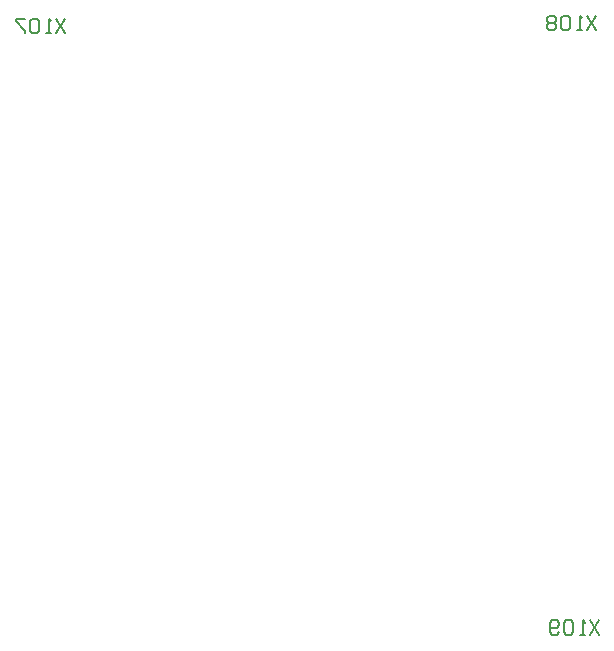
<source format=gbo>
G04*
G04 #@! TF.GenerationSoftware,Altium Limited,Altium Designer,24.3.1 (35)*
G04*
G04 Layer_Color=32896*
%FSLAX44Y44*%
%MOMM*%
G71*
G04*
G04 #@! TF.SameCoordinates,063D28A7-869B-49E0-B519-EA391C4CE498*
G04*
G04*
G04 #@! TF.FilePolarity,Positive*
G04*
G01*
G75*
%ADD13C,0.1500*%
D13*
X1171613Y615598D02*
X1163616Y603602D01*
Y615598D02*
X1171613Y603602D01*
X1159617D02*
X1155618D01*
X1157618D01*
Y615598D01*
X1159617Y613599D01*
X1149620D02*
X1147621Y615598D01*
X1143622D01*
X1141623Y613599D01*
Y605601D01*
X1143622Y603602D01*
X1147621D01*
X1149620Y605601D01*
Y613599D01*
X1137624Y605601D02*
X1135625Y603602D01*
X1131626D01*
X1129627Y605601D01*
Y613599D01*
X1131626Y615598D01*
X1135625D01*
X1137624Y613599D01*
Y611599D01*
X1135625Y609600D01*
X1129627D01*
X1169073Y1127408D02*
X1161076Y1115412D01*
Y1127408D02*
X1169073Y1115412D01*
X1157077D02*
X1153078D01*
X1155078D01*
Y1127408D01*
X1157077Y1125409D01*
X1147080D02*
X1145081Y1127408D01*
X1141082D01*
X1139083Y1125409D01*
Y1117411D01*
X1141082Y1115412D01*
X1145081D01*
X1147080Y1117411D01*
Y1125409D01*
X1135084D02*
X1133085Y1127408D01*
X1129086D01*
X1127087Y1125409D01*
Y1123409D01*
X1129086Y1121410D01*
X1127087Y1119411D01*
Y1117411D01*
X1129086Y1115412D01*
X1133085D01*
X1135084Y1117411D01*
Y1119411D01*
X1133085Y1121410D01*
X1135084Y1123409D01*
Y1125409D01*
X1133085Y1121410D02*
X1129086D01*
X719493Y1124868D02*
X711496Y1112872D01*
Y1124868D02*
X719493Y1112872D01*
X707497D02*
X703498D01*
X705498D01*
Y1124868D01*
X707497Y1122869D01*
X697500D02*
X695501Y1124868D01*
X691502D01*
X689503Y1122869D01*
Y1114871D01*
X691502Y1112872D01*
X695501D01*
X697500Y1114871D01*
Y1122869D01*
X685504Y1124868D02*
X677507D01*
Y1122869D01*
X685504Y1114871D01*
Y1112872D01*
M02*

</source>
